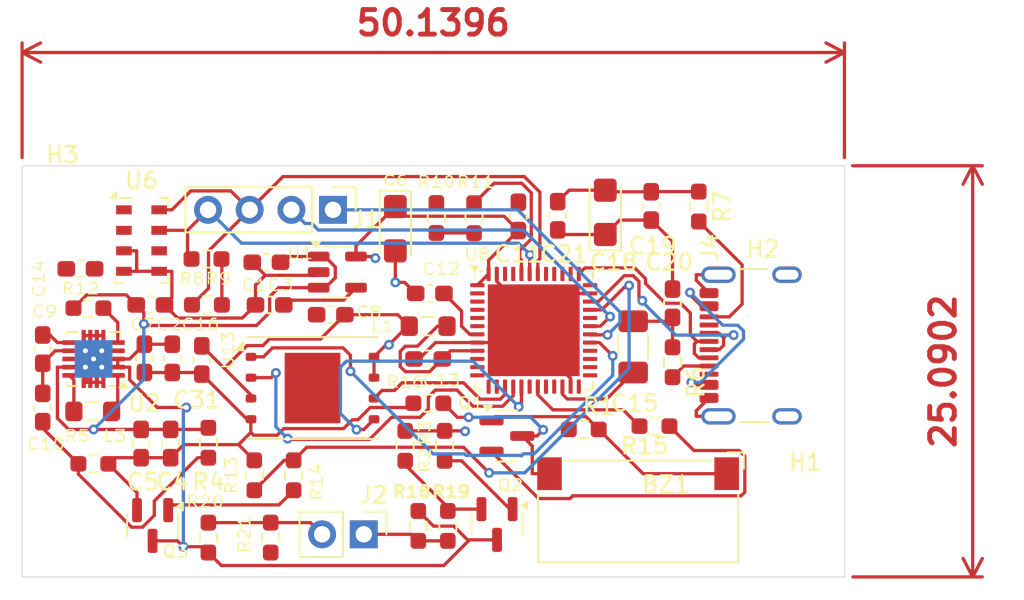
<source format=kicad_pcb>
(kicad_pcb (version 20241229) (generator "pcbnew") (generator_version "9.0")
  (layers (0 "F.Cu" signal) (4 "In1.Cu" power "GND") (6 "In2.Cu" power "PWR") (2 "B.Cu" signal) (13 "F.Paste" user) (15 "B.Paste" user) (5 "F.SilkS" user "F.Silkscreen") (7 "B.SilkS" user "B.Silkscreen") (1 "F.Mask" user) (3 "B.Mask" user) (25 "Edge.Cuts" user))
  (net 0 "")
  (net 1 "Net-(BZ1-+)")
  (net 2 "Net-(BZ1--)")
  (net 3 "5VINP")
  (net 4 "GND")
  (net 5 "VINP")
  (net 6 "Net-(U1-BP)")
  (net 7 "+3.3V")
  (net 8 "Net-(U2-VAUX)")
  (net 9 "Net-(U2-FB)")
  (net 10 "NRST")
  (net 11 "Net-(U8-VREF+)")
  (net 12 "Net-(U8-VCAP1)")
  (net 13 "I2C1-SCL")
  (net 14 "TXD1")
  (net 15 "I2C1-SDA")
  (net 16 "RXD1")
  (net 17 "BOOT")
  (net 18 "SWCLK")
  (net 19 "SWDIO")
  (net 20 "SPI1-SCK")
  (net 21 "SPI1-MISO")
  (net 22 "SPI1-MOSI")
  (net 23 "Net-(U2-L2)")
  (net 24 "Net-(U2-L1)")
  (net 25 "Net-(Q1-B)")
  (net 26 "Net-(Q2-G)")
  (net 27 "Net-(Q3-G)")
  (net 28 "PYRO1IP")
  (net 29 "Net-(J4-CC1)")
  (net 30 "Net-(J4-CC2)")
  (net 31 "Net-(U8-BOOT0)")
  (net 32 "Net-(U2-PG)")
  (net 33 "PYRO2IP")
  (net 34 "Net-(U8-PB1)")
  (net 35 "Net-(J2-Pin_1)")
  (net 36 "Net-(J2-Pin_2)")
  (net 43 "SPI1-NSS2")
  (net 63 "+5V")
  (footprint "Capacitor_SMD:C_0603_1608Metric_Pad1.08x0.95mm_HandSolder" (layer "F.Cu") (at 141.9 52.0625 90)
    (property "Reference" "C7")
    (property "Value" "10uf" (hide yes))
  )
  (footprint "Resistor_SMD:R_0603_1608Metric_Pad0.98x0.95mm_HandSolder" (layer "F.Cu") (at 158.6 62.2875 90)
    (property "Reference" "R18")
    (property "Value" "330" (hide yes))
  )
  (footprint "Resistor_SMD:R_0603_1608Metric_Pad0.98x0.95mm_HandSolder" (layer "F.Cu") (at 149.6 63 -90)
    (property "Reference" "R21")
    (property "Value" "100" (hide yes))
  )
  (footprint "Capacitor_SMD:C_0603_1608Metric_Pad1.08x0.95mm_HandSolder" (layer "F.Cu") (at 141.7 57.2625 90)
    (property "Reference" "C5")
    (property "Value" "22uf" (hide yes))
  )
  (footprint "Resistor_SMD:R_0603_1608Metric_Pad0.98x0.95mm_HandSolder" (layer "F.Cu") (at 157.8 57.4 90)
    (property "Reference" "R3")
    (property "Value" "470" (hide yes))
  )
  (footprint "Resistor_SMD:R_0603_1608Metric_Pad0.98x0.95mm_HandSolder" (layer "F.Cu") (at 160.4 62.2875 90)
    (property "Reference" "R19")
    (property "Value" "100" (hide yes))
  )
  (footprint "Capacitor_SMD:C_0603_1608Metric_Pad1.08x0.95mm_HandSolder" (layer "F.Cu") (at 174.1 48.7 -90)
    (property "Reference" "C20")
    (property "Value" "104" (hide yes))
  )
  (footprint "Resistor_SMD:R_0603_1608Metric_Pad0.98x0.95mm_HandSolder" (layer "F.Cu") (at 173 56.2)
    (property "Reference" "R15")
    (property "Value" "1k" (hide yes))
  )
  (footprint "Package_TO_SOT_SMD:SOT-23-5" (layer "F.Cu") (at 153.6625 46.8)
    (property "Reference" "U1")
    (property "Value" "MIC5219-3.3YM5" (hide yes))
  )
  (footprint "Inductor_SMD:L_0805_2012Metric_Pad1.05x1.20mm_HandSolder" (layer "F.Cu") (at 138.75 55.3 180)
    (property "Reference" "L3")
    (property "Value" "2.2uh" (hide yes))
  )
  (footprint "Capacitor_SMD:C_0603_1608Metric_Pad1.08x0.95mm_HandSolder" (layer "F.Cu") (at 142.2625 48.8 180)
    (property "Reference" "C16")
    (property "Value" "22uf" (hide yes))
  )
  (footprint "Resistor_SMD:R_0603_1608Metric_Pad0.98x0.95mm_HandSolder" (layer "F.Cu") (at 145.6875 46)
    (property "Reference" "R9")
    (property "Value" "4K7" (hide yes))
  )
  (footprint "Package_TO_SOT_SMD:SOT-23" (layer "F.Cu") (at 163.4 62.2 -90)
    (property "Reference" "Q2")
    (property "Value" "AO3400A" (hide yes))
  )
  (footprint "Resistor_SMD:R_0603_1608Metric_Pad0.98x0.95mm_HandSolder" (layer "F.Cu") (at 145.8 57.2125 -90)
    (property "Reference" "R4")
    (property "Value" "1.2M" (hide yes))
  )
  (footprint "Resistor_SMD:R_0603_1608Metric_Pad0.98x0.95mm_HandSolder" (layer "F.Cu") (at 145.7125 48.8)
    (property "Reference" "R8")
    (property "Value" "4K7" (hide yes))
  )
  (footprint "Resistor_SMD:R_0603_1608Metric_Pad0.98x0.95mm_HandSolder" (layer "F.Cu") (at 145.8 63 -90)
    (property "Reference" "R20")
    (property "Value" "330" (hide yes))
  )
  (footprint "MountingHole:MountingHole_2.2mm_M2" (layer "F.Cu") (at 182.2 42.8)
    (property "Reference" "H2")
    (property "Value" "M3" (hide yes))
  )
  (footprint "MountingHole:MountingHole_2.2mm_M2" (layer "F.Cu") (at 136.9 62.8)
    (property "Reference" "H4" (hide yes))
    (property "Value" "M3")
  )
  (footprint "Capacitor_SMD:C_0603_1608Metric_Pad1.08x0.95mm_HandSolder" (layer "F.Cu") (at 153.2625 49.4 180)
    (property "Reference" "C8")
    (property "Value" "104" (hide yes))
  )
  (footprint "Resistor_SMD:R_0603_1608Metric_Pad0.98x0.95mm_HandSolder" (layer "F.Cu") (at 174.1 52.3 -90)
    (property "Reference" "R6")
    (property "Value" "5.1k" (hide yes))
  )
  (footprint "Package_LGA:LGA-8_3x5mm_P1.25mm" (layer "F.Cu") (at 141.725 44.875)
    (property "Reference" "U6")
    (property "Value" "MS5611-01BA" (hide yes))
  )
  (footprint "Package_DFN_QFN:QFN-48-1EP_7x7mm_P0.5mm_EP5.6x5.6mm" (layer "F.Cu") (at 165.6375 50.35)
    (property "Reference" "U8")
    (property "Value" "STM32F401CBU7" (hide yes))
  )
  (footprint "Connector_USB:USB_C_Receptacle_GCT_USB4105-xx-A_16P_TopMnt_Horizontal" (layer "F.Cu") (at 180.005 51.28 90)
    (property "Reference" "J4")
    (property "Value" "USB_C_Receptacle_USB2.0_16P" (hide yes))
  )
  (footprint "Capacitor_SMD:C_0603_1608Metric_Pad1.08x0.95mm_HandSolder" (layer "F.Cu") (at 164.7 43.4 90)
    (property "Reference" "C11")
    (property "Value" "104" (hide yes))
  )
  (footprint "Capacitor_SMD:C_0603_1608Metric_Pad1.08x0.95mm_HandSolder" (layer "F.Cu") (at 149.3375 46.2)
    (property "Reference" "C1")
    (property "Value" "105" (hide yes))
  )
  (footprint "Capacitor_SMD:C_0603_1608Metric_Pad1.08x0.95mm_HandSolder" (layer "F.Cu") (at 159.2 52.1 180)
    (property "Reference" "C13")
    (property "Value" "104" (hide yes))
  )
  (footprint "Connector_PinHeader_2.54mm:PinHeader_1x02_P2.54mm_Vertical" (layer "F.Cu") (at 155.275 62.8 -90)
    (property "Reference" "J2")
    (property "Value" "Conn_01x02" (hide yes))
  )
  (footprint "Capacitor_SMD:C_0603_1608Metric_Pad1.08x0.95mm_HandSolder" (layer "F.Cu") (at 159.3 48.1 180)
    (property "Reference" "C12")
    (property "Value" "104" (hide yes))
  )
  (footprint "Capacitor_SMD:C_0603_1608Metric_Pad1.08x0.95mm_HandSolder" (layer "F.Cu") (at 143.5 57.2625 90)
    (property "Reference" "C4")
    (property "Value" "22uf" (hide yes))
  )
  (footprint "Capacitor_Tantalum_SMD:CP_EIA-3216-18_Kemet-A" (layer "F.Cu") (at 170 43.1525 90)
    (property "Reference" "C18")
    (property "Value" "10uF" (hide yes))
  )
  (footprint "Package_SON:WSON-8-1EP_8x6mm_P1.27mm_EP3.4x4.3mm" (layer "F.Cu") (at 152.15 53.875)
    (property "Reference" "U13")
    (property "Value" "W25Q32JVZP" (hide yes))
  )
  (footprint "Capacitor_SMD:C_0603_1608Metric_Pad1.08x0.95mm_HandSolder" (layer "F.Cu") (at 145.4 52.1625 90)
    (property "Reference" "C31")
    (property "Value" "104" (hide yes))
  )
  (footprint "Resistor_SMD:R_0603_1608Metric_Pad0.98x0.95mm_HandSolder" (layer "F.Cu") (at 159.7 43.5 -90)
    (property "Reference" "R10")
    (property "Value" "10K" (hide yes))
  )
  (footprint "Capacitor_SMD:C_0603_1608Metric_Pad1.08x0.95mm_HandSolder" (layer "F.Cu") (at 172.8 42.7625 90)
    (property "Reference" "C19")
    (property "Value" "104" (hide yes))
  )
  (footprint "Capacitor_SMD:C_0603_1608Metric_Pad1.08x0.95mm_HandSolder" (layer "F.Cu") (at 135.7 55.0625 90)
    (property "Reference" "C10")
    (property "Value" "10pf" (hide yes))
  )
  (footprint "Resistor_SMD:R_0603_1608Metric_Pad0.98x0.95mm_HandSolder" (layer "F.Cu") (at 138.4875 49)
    (property "Reference" "R12")
    (property "Value" "1M" (hide yes))
  )
  (footprint "MountingHole:MountingHole_2.2mm_M2" (layer "F.Cu") (at 136.9 42.8)
    (property "Reference" "H3")
    (property "Value" "M3" (hide yes))
  )
  (footprint "Capacitor_SMD:C_1206_3216Metric_Pad1.33x1.80mm_HandSolder" (layer "F.Cu") (at 171.7 51.3625 90)
    (property "Reference" "C15")
    (property "Value" "4u7F" (hide yes))
  )
  (footprint "Resistor_SMD:R_0603_1608Metric_Pad0.98x0.95mm_HandSolder" (layer "F.Cu") (at 148.6 59.2 -90)
    (property "Reference" "R13")
    (property "Value" "470" (hide yes))
  )
  (footprint "Capacitor_SMD:C_0603_1608Metric_Pad1.08x0.95mm_HandSolder" (layer "F.Cu") (at 143.6 52.0625 90)
    (property "Reference" "C2")
    (property "Value" "10uf" (hide yes))
  )
  (footprint "Package_TO_SOT_SMD:SOT-23" (layer "F.Cu") (at 164 56.8)
    (property "Reference" "Q1")
    (property "Value" "NPN" (hide yes))
  )
  (footprint "Resistor_SMD:R_0603_1608Metric_Pad0.98x0.95mm_HandSolder" (layer "F.Cu") (at 159.2125 54.8)
    (property "Reference" "R16")
    (property "Value" "330" (hide yes))
  )
  (footprint "MountingHole:MountingHole_2.2mm_M2" (layer "F.Cu") (at 182.2 62.9 180)
    (property "Reference" "H1")
    (property "Value" "M3" (hide yes))
  )
  (footprint "Resistor_SMD:R_0603_1608Metric_Pad0.98x0.95mm_HandSolder" (layer "F.Cu") (at 151 59.2 90)
    (property "Reference" "R14")
    (property "Value" "1k" (hide yes))
  )
  (footprint "Resistor_SMD:R_0603_1608Metric_Pad0.98x0.95mm_HandSolder" (layer "F.Cu") (at 160.2 57.4 90)
    (property "Reference" "R2")
    (property "Value" "1k" (hide yes))
  )
  (footprint "Package_TO_SOT_SMD:SOT-23" (layer "F.Cu") (at 142.4 62.2625 -90)
    (property "Reference" "Q3")
    (property "Value" "AO3400A" (hide yes))
  )
  (footprint "Connector_PinHeader_2.54mm:PinHeader_1x04_P2.54mm_Vertical" (layer "F.Cu") (at 153.4 43 -90)
    (property "Reference" "J1")
    (property "Value" "Conn_01x04" (hide yes))
  )
  (footprint "Resistor_SMD:R_0603_1608Metric_Pad0.98x0.95mm_HandSolder" (layer "F.Cu") (at 168.6875 56.4)
    (property "Reference" "R1")
    (property "Value" "1k" (hide yes))
  )
  (footprint "Capacitor_SMD:C_0603_1608Metric_Pad1.08x0.95mm_HandSolder" (layer "F.Cu") (at 138 46.6)
    (property "Reference" "C14")
    (property "Value" "104" (hide yes))
  )
  (footprint "Capacitor_SMD:C_0603_1608Metric_Pad1.08x0.95mm_HandSolder" (layer "F.Cu") (at 149.5375 48.8 180)
    (property "Reference" "C3")
    (property "Value" "470pF" (hide yes))
  )
  (footprint "Buzzer_Beeper:Speaker_CUI_CMR-1206S-67" (layer "F.Cu") (at 172 61.4 180)
    (property "Reference" "BZ1")
    (property "Value" "Buzzer" (hide yes))
  )
  (footprint "Capacitor_SMD:C_0603_1608Metric_Pad1.08x0.95mm_HandSolder" (layer "F.Cu") (at 135.7 51.5 -90)
    (property "Reference" "C9")
    (property "Value" "0.1uf" (hide yes))
  )
  (footprint "Resistor_SMD:R_0603_1608Metric_Pad0.98x0.95mm_HandSolder" (layer "F.Cu") (at 162 43.5125 90)
    (property "Reference" "R11")
    (property "Value" "10K" (hide yes))
  )
  (footprint "Capacitor_Tantalum_SMD:CP_EIA-3216-18_Kemet-A" (layer "F.Cu") (at 157.2 44.1525 -90)
    (property "Reference" "C6")
    (property "Value" "4.7uF" (hide yes))
  )
  (footprint "Resistor_SMD:R_0603_1608Metric_Pad0.98x0.95mm_HandSolder" (layer "F.Cu") (at 138.7875 58.5)
    (property "Reference" "R5")
    (property "Value" "133K" (hide yes))
  )
  (footprint "Inductor_SMD:L_0805_2012Metric_Pad1.05x1.20mm_HandSolder" (layer "F.Cu") (at 159.2 50.1)
    (property "Reference" "L1")
    (property "Value" "10uH" (hide yes))
  )
  (footprint "Capacitor_SMD:C_0603_1608Metric_Pad1.08x0.95mm_HandSolder" (layer "F.Cu") (at 167.1 43.3625 90)
    (property "Reference" "C21")
    (property "Value" "104" (hide yes))
  )
  (footprint "Package_SON:Texas_S-PWSON-N10_ThermalVias" (layer "F.Cu") (at 138.8 52.1 180)
    (property "Reference" "U2")
    (property "Value" "TPS63060" (hide yes))
  )
  (footprint "Resistor_SMD:R_0603_1608Metric_Pad0.98x0.95mm_HandSolder" (layer "F.Cu") (at 175.7 42.8 -90)
    (property "Reference" "R7")
    (property "Value" "5.1k" (hide yes))
  )
  (gr_rect (start 134.4422 40.3098) (end 184.6 65.4) (stroke (width 0.05)) (fill no) (layer "Edge.Cuts"))
  (dimension (type orthogonal) (layer "F.Cu") (pts (xy 184.5818 40.3098) (xy 184.6 65.4)) (height 7.8182) (orientation 1) (format (prefix "") (suffix "") (units 3) (units_format 0) (precision 4) (suppress_zeroes yes)) (style (thickness 0.2) (arrow_length 1.27) (text_position_mode 0) (arrow_direction outward) (extension_height 0.58642) (extension_offset 0.5) (keep_text_aligned yes)) (gr_text "25.0902" (at 190.6 52.8549 90) (layer "F.Cu") (effects (font (size 1.5 1.5) (thickness 0.3)))))
  (dimension (type orthogonal) (layer "F.Cu") (pts (xy 134.4422 40.3098) (xy 184.5818 40.3098)) (height -6.9098) (orientation 0) (format (prefix "") (suffix "") (units 3) (units_format 0) (precision 4) (suppress_zeroes yes)) (style (thickness 0.2) (arrow_length 1.27) (text_position_mode 0) (arrow_direction outward) (extension_height 0.58642) (extension_offset 0.5) (keep_text_aligned yes)) (gr_text "50.1396" (at 159.512 31.6 0) (layer "F.Cu") (effects (font (size 1.5 1.5) (thickness 0.3)))))
  (segment (start 163.062 55.85) (end 163.0623 55.8498) (width 0.2) (layer "F.Cu") (net 1))
  (segment (start 168.821 55.6209) (end 169.6 56.4) (width 0.2) (layer "F.Cu") (net 1))
  (segment (start 169.6 56.4) (end 172.3 59.1) (width 0.2) (layer "F.Cu") (net 1))
  (segment (start 163.292 55.6209) (end 168.821 55.6209) (width 0.2) (layer "F.Cu") (net 1))
  (segment (start 163.0625 55.85) (end 163.0623 55.8498) (width 0.2) (layer "F.Cu") (net 1))
  (segment (start 163.0623 55.8498) (end 163.292 55.6209) (width 0.2) (layer "F.Cu") (net 1))
  (segment (start 172.3 59.1) (end 177.4 59.1) (width 0.2) (layer "F.Cu") (net 1))
  (segment (start 165.548 59.1) (end 165.548 57.4108) (width 0.2) (layer "F.Cu") (net 2))
  (segment (start 164.9375 56.8) (end 164.938 56.8) (width 0.2) (layer "F.Cu") (net 2))
  (segment (start 160.984 55.6591) (end 161.67 55.6591) (width 0.2) (layer "F.Cu") (net 2))
  (segment (start 164.938 56.8) (end 165.838 56.8) (width 0.2) (layer "F.Cu") (net 2))
  (segment (start 165.838 56.8) (end 166.216 56.4227) (width 0.2) (layer "F.Cu") (net 2))
  (segment (start 160.125 54.8) (end 160.984 55.6591) (width 0.2) (layer "F.Cu") (net 2))
  (segment (start 165.548 57.4108) (end 164.938 56.8) (width 0.2) (layer "F.Cu") (net 2))
  (segment (start 166.6 59.1) (end 165.548 59.1) (width 0.2) (layer "F.Cu") (net 2))
  (via (at 166.216 56.4227) (size 0.6) (drill 0.3) (layers "F.Cu" "B.Cu") (net 2))
  (via (at 161.67 55.6591) (size 0.6) (drill 0.3) (layers "F.Cu" "B.Cu") (net 2))
  (segment (start 161.67 55.6591) (end 165.452 55.6591) (width 0.2) (layer "B.Cu") (net 2))
  (segment (start 165.452 55.6591) (end 166.216 56.4227) (width 0.2) (layer "B.Cu") (net 2))
  (segment (start 175.398 53.68) (end 175.245 53.5268) (width 0.2) (layer "F.Cu") (net 3))
  (segment (start 176.325 48.88) (end 175.862 48.88) (width 0.2) (layer "F.Cu") (net 3))
  (segment (start 175.862 48.88) (end 175.166 48.1842) (width 0.2) (layer "F.Cu") (net 3))
  (segment (start 176.325 53.68) (end 175.398 53.68) (width 0.2) (layer "F.Cu") (net 3))
  (segment (start 175.166 48.1842) (end 175.166 48.0467) (width 0.2) (layer "F.Cu") (net 3))
  (via (at 175.245 53.5268) (size 0.6) (drill 0.3) (layers "F.Cu" "B.Cu") (net 3))
  (via (at 175.166 48.0467) (size 0.6) (drill 0.3) (layers "F.Cu" "B.Cu") (net 3))
  (segment (start 178.428 50.3942) (end 178.076 50.0417) (width 0.2) (layer "B.Cu") (net 3))
  (segment (start 178.428 50.8926) (end 178.428 50.3942) (width 0.2) (layer "B.Cu") (net 3))
  (segment (start 178.076 50.0417) (end 177.161 50.0417) (width 0.2) (layer "B.Cu") (net 3))
  (segment (start 177.161 50.0417) (end 175.166 48.0467) (width 0.2) (layer "B.Cu") (net 3))
  (segment (start 175.794 53.5268) (end 178.428 50.8926) (width 0.2) (layer "B.Cu") (net 3))
  (segment (start 175.245 53.5268) (end 175.794 53.5268) (width 0.2) (layer "B.Cu") (net 3))
  (segment (start 139.295 52.6) (end 139.235 52.66) (width 0.2) (layer "F.Cu") (net 4))
  (segment (start 165.638 48.3252) (end 165.638 49.3376) (width 0.2) (layer "F.Cu") (net 4))
  (segment (start 159.646 51.1) (end 158.646 52.1) (width 0.2) (layer "F.Cu") (net 4))
  (segment (start 137.325 51.6) (end 137.04 51.6) (width 0.2) (layer "F.Cu") (net 4))
  (segment (start 147.64 57.3276) (end 148.386 56.5815) (width 0.2) (layer "F.Cu") (net 4))
  (segment (start 176.9 55.6) (end 175.548 55.6) (width 0.2) (layer "F.Cu") (net 4))
  (segment (start 150.468 56.3504) (end 150.46 56.3592) (width 0.2) (layer "F.Cu") (net 4))
  (segment (start 138.365 52.66) (end 138.365 53.525) (width 0.2) (layer "F.Cu") (net 4))
  (segment (start 152.525 46.8) (end 152.329 46.9957) (width 0.2) (layer "F.Cu") (net 4))
  (segment (start 141.4267 46.75) (end 142.8 46.75) (width 0.2) (layer "F.Cu") (net 4))
  (segment (start 139 50.675) (end 138.6 50.675) (width 0.2) (layer "F.Cu") (net 4))
  (segment (start 148.675 47.5914) (end 148.675 48.8) (width 0.2) (layer "F.Cu") (net 4))
  (segment (start 139.4 53.525) (end 139 53.525) (width 0.2) (layer "F.Cu") (net 4))
  (segment (start 141.7 58.125) (end 140.075 58.125) (width 0.2) (layer "F.Cu") (net 4))
  (segment (start 139.3 52.6) (end 139.295 52.6) (width 0.2) (layer "F.Cu") (net 4))
  (segment (start 157.764 47.4264) (end 158.101 47.7632) (width 0.2) (layer "F.Cu") (net 4))
  (segment (start 143.6 52.925) (end 145.3 52.925) (width 0.2) (layer "F.Cu") (net 4))
  (segment (start 165.638 49.3376) (end 165.638 50.35) (width 0.2) (layer "F.Cu") (net 4))
  (segment (start 154.923 55.8079) (end 154.583 55.8079) (width 0.2) (layer "F.Cu") (net 4))
  (segment (start 143.577 48.3483) (end 143.125 48.8) (width 0.2) (layer "F.Cu") (net 4))
  (segment (start 163.813 51.1) (end 165.695 51.1) (width 0.2) (layer "F.Cu") (net 4))
  (segment (start 137.325 51.6) (end 138.3 51.6) (width 0.2) (layer "F.Cu") (net 4))
  (segment (start 149.993 56.7521) (end 148.557 56.7521) (width 0.2) (layer "F.Cu") (net 4))
  (segment (start 172.8 41.9) (end 170.1 41.9) (width 0.2) (layer "F.Cu") (net 4))
  (segment (start 167.888 53.5398) (end 167.8875 53.5403) (width 0.2) (layer "F.Cu") (net 4))
  (segment (start 174.1 49.9752) (end 173.925 49.8) (width 0.2) (layer "F.Cu") (net 4))
  (segment (start 176.9 46.96) (end 175.548 46.96) (width 0.2) (layer "F.Cu") (net 4))
  (segment (start 138.6 53.525) (end 138.2 53.525) (width 0.2) (layer "F.Cu") (net 4))
  (segment (start 154.583 55.8079) (end 154.04 56.3504) (width 0.2) (layer "F.Cu") (net 4))
  (segment (start 141.427 46.3125) (end 141.427 45.5) (width 0.2) (layer "F.Cu") (net 4))
  (segment (start 170.1 41.9) (end 170 41.8) (width 0.2) (layer "F.Cu") (net 4))
  (segment (start 141.9 52.925) (end 143.6 52.925) (width 0.2) (layer "F.Cu") (net 4))
  (segment (start 170 41.8) (end 167.8 41.8) (width 0.2) (layer "F.Cu") (net 4))
  (segment (start 138.3 51.6) (end 138.305 51.6) (width 0.2) (layer "F.Cu") (net 4))
  (segment (start 165.863 48.1) (end 165.638 48.3252) (width 0.2) (layer "F.Cu") (net 4))
  (segment (start 140.275 51.6) (end 140.56 51.6) (width 0.2) (layer "F.Cu") (net 4))
  (segment (start 143.577 46.75) (end 143.577 48.3483) (width 0.2) (layer "F.Cu") (net 4))
  (segment (start 163.3875 47.1426) (end 163.3875 46.9125) (width 0.2) (layer "F.Cu") (net 4))
  (segment (start 173.925 49.8) (end 171.7 49.8) (width 0.2) (layer "F.Cu") (net 4))
  (segment (start 141.427 46.75) (end 141.427 46.3125) (width 0.2) (layer "F.Cu") (net 4))
  (segment (start 165.695 51.1) (end 167.888 53.2922) (width 0.2) (layer "F.Cu") (net 4))
  (segment (start 138.3 52.6) (end 138.305 52.6) (width 0.2) (layer "F.Cu") (net 4))
  (segment (start 149.271 46.9957) (end 148.675 47.5914) (width 0.2) (layer "F.Cu") (net 4))
  (segment (start 157.8 58.3125) (end 157.8 58.5563) (width 0.2) (layer "F.Cu") (net 4))
  (segment (start 152.329 46.9957) (end 149.271 46.9957) (width 0.2) (layer "F.Cu") (net 4))
  (segment (start 141.427 45.5) (end 140.65 45.5) (width 0.2) (layer "F.Cu") (net 4))
  (segment (start 160.506 61.2625) (end 160.4 61.3687) (width 0.2) (layer "F.Cu") (net 4))
  (segment (start 160.4 61.3687) (end 160.4 61.375) (width 0.2) (layer "F.Cu") (net 4))
  (segment (start 164.339 48.3252) (end 165.638 48.3252) (width 0.2) (layer "F.Cu") (net 4))
  (segment (start 150.46 56.3592) (end 150.386 56.3592) (width 0.2) (layer "F.Cu") (net 4))
  (segment (start 167.8 41.8) (end 167.1 42.5) (width 0.2) (layer "F.Cu") (net 4))
  (segment (start 138.578 51.3267) (end 138.6 51.3267) (width 0.2) (layer "F.Cu") (net 4))
  (segment (start 157.2 47.4264) (end 157.764 47.4264) (width 0.2) (layer "F.Cu") (net 4))
  (segment (start 158.3 54.8) (end 158.038 55.0622) (width 0.2) (layer "F.Cu") (net 4))
  (segment (start 163.813 51.1) (end 162.2 51.1) (width 0.2) (layer "F.Cu") (net 4))
  (segment (start 138.305 51.6) (end 138.365 51.54) (width 0.2) (layer "F.Cu") (net 4))
  (segment (start 163.388 47.1431) (end 163.388 47.3737) (width 0.2) (layer "F.Cu") (net 4))
  (segment (start 141.45 60.25) (end 141.45 61.325) (width 0.2) (layer "F.Cu") (net 4))
  (segment (start 143.125 48.8) (end 143.928 49.6031) (width 0.2) (layer "F.Cu") (net 4))
  (segment (start 143.928 49.6031) (end 147.872 49.6031) (width 0.2) (layer "F.Cu") (net 4))
  (segment (start 139.4 50.675) (end 139 50.675) (width 0.2) (layer "F.Cu") (net 4))
  (segment (start 148.155 55.78) (end 145.4 53.025) (width 0.2) (layer "F.Cu") (net 4))
  (segment (start 162.2 51.1) (end 159.646 51.1) (width 0.2) (layer "F.Cu") (net 4))
  (segment (start 138.2 50.675) (end 138.6 50.675) (width 0.2) (layer "F.Cu") (net 4))
  (segment (start 141.427 46.3125) (end 141.4267 46.3128) (width 0.2) (layer "F.Cu") (net 4))
  (segment (start 175.548 46.96) (end 175.548 47.3033) (width 0.2) (layer "F.Cu") (net 4))
  (segment (start 142.8 46.75) (end 143.577 46.75) (width 0.2) (layer "F.Cu") (net 4))
  (segment (start 162.45 61.2625) (end 160.506 61.2625) (width 0.2) (layer "F.Cu") (net 4))
  (segment (start 138.6 53.525) (end 139 53.525) (width 0.2) (layer "F.Cu") (net 4))
  (segment (start 174.1 51.3875) (end 174.1 49.9752) (width 0.2) (layer "F.Cu") (net 4))
  (segment (start 175.7 41.8875) (end 172.812 41.8875) (width 0.2) (layer "F.Cu") (net 4))
  (segment (start 141.4267 46.3128) (end 141.4267 46.75) (width 0.2) (layer "F.Cu") (net 4))
  (segment (start 164.888 51.1) (end 163.813 51.1) (width 0.2) (layer "F.Cu") (net 4))
  (segment (start 165.638 49.3376) (end 165.6375 49.3381) (width 0.2) (layer "F.Cu") (net 4))
  (segment (start 138.6 51.3267) (end 138.6 50.675) (width 0.2) (layer "F.Cu") (net 4))
  (segment (start 167.888 53.2922) (end 167.888 53.5398) (width 0.2) (layer "F.Cu") (net 4))
  (segment (start 141.7 58.125) (end 143.5 58.125) (width 0.2) (layer "F.Cu") (net 4))
  (segment (start 167.8875 53.5403) (end 167.8875 53.7875) (width 0.2) (layer "F.Cu") (net 4))
  (segment (start 167.888 53.5398) (end 167.888 53.7875) (width 0.2) (layer "F.Cu") (net 4))
  (segment (start 140.075 58.125) (end 139.7 58.5) (width 0.2) (layer "F.Cu") (net 4))
  (segment (start 158.038 55.0622) (end 155.669 55.0622) (width 0.2) (layer "F.Cu") (net 4))
  (segment (start 165.6375 49.3381) (end 165.6375 50.35) (width 0.2) (layer "F.Cu") (net 4))
  (segment (start 158.101 47.7632) (end 158.4375 48.0997) (width 0.2) (layer "F.Cu") (net 4))
  (segment (start 163.388 47.3737) (end 164.339 48.3252) (width 0.2) (layer "F.Cu") (net 4))
  (segment (start 139.295 51.6) (end 139.235 51.54) (width 0.2) (layer "F.Cu") (net 4))
  (segment (start 138.365 51.54) (end 138.578 51.3267) (width 0.2) (layer "F.Cu") (net 4))
  (segment (start 175.548 55.2567) (end 176.325 54.48) (width 0.2) (layer "F.Cu") (net 4))
  (segment (start 139.7 58.5) (end 141.45 60.25) (width 0.2) (layer "F.Cu") (net 4))
  (segment (start 173.925 49.7377) (end 173.925 49.8) (width 0.2) (layer "F.Cu") (net 4))
  (segment (start 158.646 52.1) (end 158.338 52.1) (width 0.2) (layer "F.Cu") (net 4))
  (segment (start 148.386 55.78) (end 148.386 56.5815) (width 0.2) (layer "F.Cu") (net 4))
  (segment (start 135.7 54.2) (end 135.7 52.3625) (width 0.2) (layer "F.Cu") (net 4))
  (segment (start 175.548 55.6) (end 175.548 55.2567) (width 0.2) (layer "F.Cu") (net 4))
  (segment (start 147.872 49.6031) (end 148.675 48.8) (width 0.2) (layer "F.Cu") (net 4))
  (segment (start 175.548 47.3033) (end 176.325 48.08) (width 0.2) (layer "F.Cu") (net 4))
  (segment (start 148.557 56.7521) (end 148.386 56.5815) (width 0.2) (layer "F.Cu") (net 4))
  (segment (start 174.1 49.5625) (end 173.925 49.7377) (width 0.2) (layer "F.Cu") (net 4))
  (segment (start 138.305 52.6) (end 138.365 52.66) (width 0.2) (layer "F.Cu") (net 4))
  (segment (start 163.388 47.1431) (end 163.3875 47.1426) (width 0.2) (layer "F.Cu") (net 4))
  (segment (start 155.669 55.0622) (end 154.923 55.8079) (width 0.2) (layer "F.Cu") (net 4))
  (segment (start 148.4 55.78) (end 148.386 55.78) (width 0.2) (layer "F.Cu") (net 4))
  (segment (start 157.8 58.5563) (end 160.506 61.2625) (width 0.2) (layer "F.Cu") (net 4))
  (segment (start 158.3375 52.1) (end 158.338 52.1) (width 0.2) (layer "F.Cu") (net 4))
  (segment (start 144.297 57.3276) (end 147.64 57.3276) (width 0.2) (layer "F.Cu") (net 4))
  (segment (start 158.4375 48.0997) (end 158.4375 48.1) (width 0.2) (layer "F.Cu") (net 4))
  (segment (start 169.075 48.1) (end 165.863 48.1) (width 0.2) (layer "F.Cu") (net 4))
  (segment (start 158.101 47.7632) (end 158.438 48.1) (width 0.2) (layer "F.Cu") (net 4))
  (segment (start 140.65 46.75) (end 141.4267 46.75) (width 0.2) (layer "F.Cu") (net 4))
  (segment (start 157.2 45.505) (end 157.2 47.4264) (width 0.2) (layer "F.Cu") (net 4))
  (segment (start 150.386 56.3592) (end 149.993 56.7521) (width 0.2) (layer "F.Cu") (net 4))
  (segment (start 163.388 46.9125) (end 163.388 47.1431) (width 0.2) (layer "F.Cu") (net 4))
  (segment (start 136.462 51.6) (end 135.7 52.3625) (width 0.2) (layer "F.Cu") (net 4))
  (segment (start 172.812 41.8875) (end 172.8 41.9) (width 0.2) (layer "F.Cu") (net 4))
  (segment (start 149.271 46.9957) (end 148.475 46.2) (width 0.2) (layer "F.Cu") (net 4))
  (segment (start 154.04 56.3504) (end 150.468 56.3504) (width 0.2) (layer "F.Cu") (net 4))
  (segment (start 147.64 57.3276) (end 148.6 58.2875) (width 0.2) (layer "F.Cu") (net 4))
  (segment (start 139.3 51.6) (end 140.275 51.6) (width 0.2) (layer "F.Cu") (net 4))
  (segment (start 165.638 50.35) (end 164.888 51.1) (width 0.2) (layer "F.Cu") (net 4))
  (segment (start 143.5 58.125) (end 144.297 57.3276) (width 0.2) (layer "F.Cu") (net 4))
  (segment (start 148.386 55.78) (end 148.155 55.78) (width 0.2) (layer "F.Cu") (net 4))
  (segment (start 139.3 51.6) (end 139.295 51.6) (width 0.2) (layer "F.Cu") (net 4))
  (segment (start 137.04 51.6) (end 136.462 51.6) (width 0.2) (layer "F.Cu") (net 4))
  (segment (start 145.3 52.925) (end 145.4 53.025) (width 0.2) (layer "F.Cu") (net 4))
  (via (at 157.2 47.4264) (size 0.6) (drill 0.3) (layers "F.Cu" "B.Cu") (net 4))
  (segment (start 138.8 52.1) (end 138.801 52.1) (width 0.2) (layer "B.Cu") (net 4))
  (segment (start 141.002 53.3727) (end 142.69 55.0606) (width 0.2) (layer "F.Cu") (net 5))
  (segment (start 141.002 52.6) (end 141.002 53.3727) (width 0.2) (layer "F.Cu") (net 5))
  (segment (start 161.66 63.1977) (end 161.721 63.1375) (width 0.2) (layer "F.Cu") (net 5))
  (segment (start 140.56 52.1) (end 141.002 52.1) (width 0.2) (layer "F.Cu") (net 5))
  (segment (start 160.764 62.3008) (end 161.66 63.1977) (width 0.2) (layer "F.Cu") (net 5))
  (segment (start 141.002 52.0983) (end 141.9 51.2) (width 0.2) (layer "F.Cu") (net 5))
  (segment (start 145.444 63.5562) (end 145.8 63.9125) (width 0.2) (layer "F.Cu") (net 5))
  (segment (start 146.591 64.7032) (end 145.8 63.9125) (width 0.2) (layer "F.Cu") (net 5))
  (segment (start 158.6 61.375) (end 159.526 62.3008) (width 0.2) (layer "F.Cu") (net 5))
  (segment (start 140.275 52.1) (end 140.275 52.6) (width 0.2) (layer "F.Cu") (net 5))
  (segment (start 140.275 52.6) (end 140.56 52.6) (width 0.2) (layer "F.Cu") (net 5))
  (segment (start 142.69 55.0606) (end 144.462 55.0606) (width 0.2) (layer "F.Cu") (net 5))
  (segment (start 161.721 63.1375) (end 163.4 63.1375) (width 0.2) (layer "F.Cu") (net 5))
  (segment (start 140.56 52.6) (end 141.002 52.6) (width 0.2) (layer "F.Cu") (net 5))
  (segment (start 141.9 51.2) (end 143.6 51.2) (width 0.2) (layer "F.Cu") (net 5))
  (segment (start 143.92 63.2) (end 142.4 63.2) (width 0.2) (layer "F.Cu") (net 5))
  (segment (start 161.66 63.1977) (end 160.155 64.7032) (width 0.2) (layer "F.Cu") (net 5))
  (segment (start 141.002 52.1) (end 141.002 52.0983) (width 0.2) (layer "F.Cu") (net 5))
  (segment (start 160.155 64.7032) (end 146.591 64.7032) (width 0.2) (layer "F.Cu") (net 5))
  (segment (start 144.276 63.5562) (end 145.444 63.5562) (width 0.2) (layer "F.Cu") (net 5))
  (segment (start 144.276 63.5562) (end 143.92 63.2) (width 0.2) (layer "F.Cu") (net 5))
  (segment (start 140.56 52.1) (end 140.275 52.1) (width 0.2) (layer "F.Cu") (net 5))
  (segment (start 159.526 62.3008) (end 160.764 62.3008) (width 0.2) (layer "F.Cu") (net 5))
  (via (at 144.462 55.0606) (size 0.6) (drill 0.3) (layers "F.Cu" "B.Cu") (net 5))
  (via (at 144.276 63.5562) (size 0.6) (drill 0.3) (layers "F.Cu" "B.Cu") (net 5))
  (segment (start 144.462 55.0606) (end 144.276 55.2462) (width 0.2) (layer "B.Cu") (net 5))
  (segment (start 144.276 55.2462) (end 144.276 63.5562) (width 0.2) (layer "B.Cu") (net 5))
  (segment (start 150.687 48.5129) (end 150.4 48.8) (width 0.2) (layer "F.Cu") (net 6))
  (segment (start 154.8 47.75) (end 154.037 48.5129) (width 0.2) (layer "F.Cu") (net 6))
  (segment (start 154.037 48.5129) (end 150.687 48.5129) (width 0.2) (layer "F.Cu") (net 6))
  (segment (start 162.7504 47.05) (end 162.8875 46.9129) (width 0.2) (layer "F.Cu") (net 7))
  (segment (start 162.8875 46.075) (end 162.8875 46.9125) (width 0.2) (layer "F.Cu") (net 7))
  (segment (start 152.642 50.883) (end 149.52 50.883) (width 0.2) (layer "F.Cu") (net 7))
  (segment (start 157.2 42.8) (end 154.8 45.2) (width 0.2) (layer "F.Cu") (net 7))
  (segment (start 174.1 44.925) (end 174.1 47.8375) (width 0.2) (layer "F.Cu") (net 7))
  (segment (start 145.4 51.3) (end 146.77 52.6697) (width 0.2) (layer "F.Cu") (net 7))
  (segment (start 155.888 45.85) (end 154.8 45.85) (width 0.2) (layer "F.Cu") (net 7))
  (segment (start 146.625 48.8) (end 146.625 46.025) (width 0.2) (layer "F.Cu") (net 7))
  (segment (start 162.888 46.9125) (end 162.7504 47.05) (width 0.2) (layer "F.Cu") (net 7))
  (segment (start 146.625 46.025) (end 146.6 46) (width 0.2) (layer "F.Cu") (net 7))
  (segment (start 167.1 44.225) (end 167.38 44.505) (width 0.2) (layer "F.Cu") (net 7))
  (segment (start 163.828 43.3901) (end 164.7 44.2625) (width 0.2) (layer "F.Cu") (net 7))
  (segment (start 158.05 50.1) (end 157.95 50.1) (width 0.2) (layer "F.Cu") (net 7))
  (segment (start 155.984 45.9458) (end 155.888 45.85) (width 0.2) (layer "F.Cu") (net 7))
  (segment (start 148.155 51.2847) (end 146.77 52.6697) (width 0.2) (layer "F.Cu") (net 7))
  (segment (start 154.125 49.4) (end 152.642 50.883) (width 0.2) (layer "F.Cu") (net 7))
  (segment (start 156.813 51.237) (end 156.633 51.237) (width 0.2) (layer "F.Cu") (net 7))
  (segment (start 149.52 50.883) (end 149.119 51.2847) (width 0.2) (layer "F.Cu") (net 7))
  (segment (start 156.633 51.237) (end 155.9 51.97) (width 0.2) (layer "F.Cu") (net 7))
  (segment (start 155.9 51.97) (end 155.9 53.24) (width 0.2) (layer "F.Cu") (net 7))
  (segment (start 157.35 49.4) (end 158.05 50.1) (width 0.2) (layer "F.Cu") (net 7))
  (segment (start 149.119 51.2847) (end 148.155 51.2847) (width 0.2) (layer "F.Cu") (net 7))
  (segment (start 154.8 45.2) (end 154.8 45.85) (width 0.2) (layer "F.Cu") (net 7))
  (segment (start 157.2 42.8) (end 157.79 43.3901) (width 0.2) (layer "F.Cu") (net 7))
  (segment (start 162.8875 46.9129) (end 162.8875 46.9125) (width 0.2) (layer "F.Cu") (net 7))
  (segment (start 157.95 50.1) (end 156.813 51.237) (width 0.2) (layer "F.Cu") (net 7))
  (segment (start 170 44.505) (end 170.88 43.625) (width 0.2) (layer "F.Cu") (net 7))
  (segment (start 164.7 44.2625) (end 162.8875 46.075) (width 0.2) (layer "F.Cu") (net 7))
  (segment (start 146.77 52.6697) (end 148.4 54.3) (width 0.2) (layer "F.Cu") (net 7))
  (segment (start 148.4 54.3) (end 148.4 54.51) (width 0.2) (layer "F.Cu") (net 7))
  (segment (start 172.8 43.625) (end 174.1 44.925) (width 0.2) (layer "F.Cu") (net 7))
  (segment (start 154.125 49.4) (end 157.35 49.4) (width 0.2) (layer "F.Cu") (net 7))
  (segment (start 170.88 43.625) (end 172.8 43.625) (width 0.2) (layer "F.Cu") (net 7))
  (segment (start 157.79 43.3901) (end 163.828 43.3901) (width 0.2) (layer "F.Cu") (net 7))
  (segment (start 167.38 44.505) (end 170 44.505) (width 0.2) (layer "F.Cu") (net 7))
  (segment (start 162.7504 47.05) (end 162.2 47.6) (width 0.2) (layer "F.Cu") (net 7))
  (via (at 155.984 45.9458) (size 0.6) (drill 0.3) (layers "F.Cu" "B.Cu") (net 7))
  (via (at 156.813 51.237) (size 0.6) (drill 0.3) (layers "F.Cu" "B.Cu") (net 7))
  (segment (start 137.04 51.1) (end 136.598 51.1) (width 0.2) (layer "F.Cu") (net 8))
  (segment (start 137.04 51.1) (end 137.325 51.1) (width 0.2) (layer "F.Cu") (net 8))
  (segment (start 136.598 51.1) (end 136.136 50.6375) (width 0.2) (layer "F.Cu") (net 8))
  (segment (start 136.136 50.6375) (end 135.7 50.6375) (width 0.2) (layer "F.Cu") (net 8))
  (segment (start 141.787 62.3648) (end 141.113 62.3648) (width 0.2) (layer "F.Cu") (net 9))
  (segment (start 135.7 56.325) (end 135.7 55.925) (width 0.2) (layer "F.Cu") (net 9))
  (segment (start 142.504 61.6481) (end 141.787 62.3648) (width 0.2) (layer "F.Cu") (net 9))
  (segment (start 137.325 52.1) (end 137.04 52.1) (width 0.2) (layer "F.Cu") (net 9))
  (segment (start 141.113 62.3648) (end 137.875 59.1272) (width 0.2) (layer "F.Cu") (net 9))
  (segment (start 137.875 59.1272) (end 137.875 58.5) (width 0.2) (layer "F.Cu") (net 9))
  (segment (start 142.504 60.7697) (end 142.504 61.6481) (width 0.2) (layer "F.Cu") (net 9))
  (segment (start 145.8 58.125) (end 145.149 58.125) (width 0.2) (layer "F.Cu") (net 9))
  (segment (start 137.875 58.5) (end 135.7 56.325) (width 0.2) (layer "F.Cu") (net 9))
  (segment (start 145.149 58.125) (end 142.504 60.7697) (width 0.2) (layer "F.Cu") (net 9))
  (segment (start 162.2 50.6) (end 161.739 50.6) (width 0.2) (layer "F.Cu") (net 10))
  (segment (start 160.1625 48.1) (end 160.1623 48.1002) (width 0.2) (layer "F.Cu") (net 10))
  (segment (start 160.1623 48.1002) (end 160.162 48.1) (width 0.2) (layer "F.Cu") (net 10))
  (segment (start 161.237 49.1749) (end 160.1623 48.1002) (width 0.2) (layer "F.Cu") (net 10))
  (segment (start 161.739 50.6) (end 161.237 50.0986) (width 0.2) (layer "F.Cu") (net 10))
  (segment (start 161.237 50.0986) (end 161.237 49.1749) (width 0.2) (layer "F.Cu") (net 10))
  (segment (start 159.6737 52.4888) (end 160.0625 52.1) (width 0.2) (layer "F.Cu") (net 11))
  (segment (start 157.497 52.5613) (end 157.814 52.8776) (width 0.2) (layer "F.Cu") (net 11))
  (segment (start 160.062 52.1) (end 160.562 51.6) (width 0.2) (layer "F.Cu") (net 11))
  (segment (start 159.6735 52.4888) (end 159.6737 52.4888) (width 0.2) (layer "F.Cu") (net 11))
  (segment (start 160.35 50.1) (end 159.77 50.1) (width 0.2) (layer "F.Cu") (net 11))
  (segment (start 160.562 51.6) (end 162.2 51.6) (width 0.2) (layer "F.Cu") (net 11))
  (segment (start 157.814 52.8776) (end 159.285 52.8776) (width 0.2) (layer "F.Cu") (net 11))
  (segment (start 159.77 50.1) (end 158.547 51.3224) (width 0.2) (layer "F.Cu") (net 11))
  (segment (start 157.497 51.6387) (end 157.497 52.5613) (width 0.2) (layer "F.Cu") (net 11))
  (segment (start 159.6735 52.4888) (end 160.062 52.1) (width 0.2) (layer "F.Cu") (net 11))
  (segment (start 157.814 51.3224) (end 157.497 51.6387) (width 0.2) (layer "F.Cu") (net 11))
  (segment (start 158.547 51.3224) (end 157.814 51.3224) (width 0.2) (layer "F.Cu") (net 11))
  (segment (start 159.285 52.8776) (end 159.6735 52.4888) (width 0.2) (layer "F.Cu") (net 11))
  (segment (start 171.7 52.925) (end 170.083 54.5419) (width 0.2) (layer "F.Cu") (net 12))
  (segment (start 167.388 54.2487) (end 167.388 53.7875) (width 0.2) (layer "F.Cu") (net 12))
  (segment (start 167.681 54.5419) (end 167.388 54.2487) (width 0.2) (layer "F.Cu") (net 12))
  (segment (start 167.3875 53.7875) (end 167.388 53.7875) (width 0.2) (layer "F.Cu") (net 12))
  (segment (start 170.083 54.5419) (end 167.681 54.5419) (width 0.2) (layer "F.Cu") (net 12))
  (segment (start 144.732 41.8443) (end 147.164 41.8443) (width 0.2) (layer "F.Cu") (net 13))
  (segment (start 165.064 40.9716) (end 150.348 40.9716) (width 0.2) (layer "F.Cu") (net 13))
  (segment (start 148.32 43) (end 145.81 45.5101) (width 0.2) (layer "F.Cu") (net 13))
  (segment (start 166.014 41.9216) (end 165.064 40.9716) (width 0.2) (layer "F.Cu") (net 13))
  (segment (start 150.348 40.9716) (end 148.32 43) (width 0.2) (layer "F.Cu") (net 13))
  (segment (start 147.164 41.8443) (end 148.32 43) (width 0.2) (layer "F.Cu") (net 13))
  (segment (start 165.888 46.9125) (end 165.888 46.113) (width 0.2) (layer "F.Cu") (net 13))
  (segment (start 142.8 43) (end 143.577 43) (width 0.2) (layer "F.Cu") (net 13))
  (segment (start 145.81 47.7901) (end 144.8 48.8) (width 0.2) (layer "F.Cu") (net 13))
  (segment (start 145.81 45.5101) (end 145.81 47.7901) (width 0.2) (layer "F.Cu") (net 13))
  (segment (start 143.577 43) (end 144.732 41.8443) (width 0.2) (layer "F.Cu") (net 13))
  (segment (start 166.014 45.9867) (end 166.014 41.9216) (width 0.2) (layer "F.Cu") (net 13))
  (segment (start 165.888 46.113) (end 166.014 45.9867) (width 0.2) (layer "F.Cu") (net 13))
  (segment (start 165.8875 46.9125) (end 165.888 46.9125) (width 0.2) (layer "F.Cu") (net 13))
  (segment (start 170.141 50.6303) (end 169.105 50.6303) (width 0.2) (layer "F.Cu") (net 14))
  (segment (start 169.105 50.6303) (end 169.075 50.6) (width 0.2) (layer "F.Cu") (net 14))
  (via (at 170.141 50.6303) (size 0.6) (drill 0.3) (layers "F.Cu" "B.Cu") (net 14))
  (segment (start 164.661 43) (end 170.894 49.2329) (width 0.2) (layer "B.Cu") (net 14))
  (segment (start 170.894 49.8768) (end 170.141 50.6303) (width 0.2) (layer "B.Cu") (net 14))
  (segment (start 153.4 43) (end 164.661 43) (width 0.2) (layer "B.Cu") (net 14))
  (segment (start 170.894 49.2329) (end 170.894 49.8768) (width 0.2) (layer "B.Cu") (net 14))
  (segment (start 144.53 44.25) (end 144.53 45.755) (width 0.2) (layer "F.Cu") (net 15))
  (segment (start 165.3875 46.3132) (end 165.3875 46.9125) (width 0.2) (layer "F.Cu") (net 15))
  (segment (start 144.53 45.755) (end 144.775 46) (width 0.2) (layer "F.Cu") (net 15))
  (segment (start 165.388 45.7129) (end 165.412 45.7375) (width 0.2) (layer "F.Cu") (net 15))
  (segment (start 165.388 46.3127) (end 165.388 45.7129) (width 0.2) (layer "F.Cu") (net 15))
  (segment (start 144.53 44.25) (end 145.78 43) (width 0.2) (layer "F.Cu") (net 15))
  (segment (start 165.388 46.3127) (end 165.3875 46.3132) (width 0.2) (layer "F.Cu") (net 15))
  (segment (start 144.53 44.25) (end 142.8 44.25) (width 0.2) (layer "F.Cu") (net 15))
  (segment (start 165.388 46.9125) (end 165.388 46.3127) (width 0.2) (layer "F.Cu") (net 15))
  (via (at 165.412 45.7375) (size 0.6) (drill 0.3) (layers "F.Cu" "B.Cu") (net 15))
  (segment (start 164.709 45.0347) (end 165.412 45.7375) (width 0.2) (layer "B.Cu") (net 15))
  (segment (start 145.78 43) (end 147.815 45.0347) (width 0.2) (layer "B.Cu") (net 15))
  (segment (start 147.815 45.0347) (end 164.709 45.0347) (width 0.2) (layer "B.Cu") (net 15))
  (segment (start 169.705 50.1) (end 170.292 49.5127) (width 0.2) (layer "F.Cu") (net 16))
  (segment (start 169.075 50.1) (end 169.705 50.1) (width 0.2) (layer "F.Cu") (net 16))
  (via (at 170.292 49.5127) (size 0.6) (drill 0.3) (layers "F.Cu" "B.Cu") (net 16))
  (segment (start 152.104 43.8312) (end 152.505 44.2313) (width 0.2) (layer "B.Cu") (net 16))
  (segment (start 152.104 43.8311) (end 152.104 43.8312) (width 0.2) (layer "B.Cu") (net 16))
  (segment (start 151.691 43.8311) (end 152.104 43.8311) (width 0.2) (layer "B.Cu") (net 16))
  (segment (start 150.86 43) (end 151.691 43.8311) (width 0.2) (layer "B.Cu") (net 16))
  (segment (start 152.505 44.2313) (end 165.01 44.2313) (width 0.2) (layer "B.Cu") (net 16))
  (segment (start 165.01 44.2313) (end 170.292 49.5127) (width 0.2) (layer "B.Cu") (net 16))
  (segment (start 162 44.425) (end 161.988 44.4125) (width 0.2) (layer "F.Cu") (net 17))
  (segment (start 161.988 44.4125) (end 159.7 44.4125) (width 0.2) (layer "F.Cu") (net 17))
  (segment (start 174.592 48.7) (end 175.187 49.2952) (width 0.2) (layer "F.Cu") (net 18))
  (segment (start 175.695 52.03) (end 176.325 52.03) (width 0.2) (layer "F.Cu") (net 18))
  (segment (start 168.756 46.5436) (end 171.795 46.5436) (width 0.2) (layer "F.Cu") (net 18))
  (segment (start 175.431 51.7657) (end 175.695 52.03) (width 0.2) (layer "F.Cu") (net 18))
  (segment (start 171.795 46.5436) (end 172.455 47.2042) (width 0.2) (layer "F.Cu") (net 18))
  (segment (start 175.591 51.03) (end 175.431 51.19) (width 0.2) (layer "F.Cu") (net 18))
  (segment (start 175.187 49.2952) (end 175.187 50.6263) (width 0.2) (layer "F.Cu") (net 18))
  (segment (start 175.591 51.03) (end 176.325 51.03) (width 0.2) (layer "F.Cu") (net 18))
  (segment (start 175.187 50.6263) (end 175.591 51.03) (width 0.2) (layer "F.Cu") (net 18))
  (segment (start 173.656 48.7) (end 174.592 48.7) (width 0.2) (layer "F.Cu") (net 18))
  (segment (start 168.3875 46.9125) (end 168.388 46.9125) (width 0.2) (layer "F.Cu") (net 18))
  (segment (start 172.455 47.2042) (end 172.455 47.499) (width 0.2) (layer "F.Cu") (net 18))
  (segment (start 168.388 46.9125) (end 168.756 46.5436) (width 0.2) (layer "F.Cu") (net 18))
  (segment (start 175.431 51.19) (end 175.431 51.7657) (width 0.2) (layer "F.Cu") (net 18))
  (segment (start 172.455 47.499) (end 173.656 48.7) (width 0.2) (layer "F.Cu") (net 18))
  (segment (start 176.325 51.53) (end 176.95 51.53) (width 0.2) (layer "F.Cu") (net 19))
  (segment (start 172.054 47.3705) (end 172.054 48.4036) (width 0.2) (layer "F.Cu") (net 19))
  (segment (start 171.701 47.018) (end 172.054 47.3705) (width 0.2) (layer "F.Cu") (net 19))
  (segment (start 177.384 50.6434) (end 177.216 50.8109) (width 0.2) (layer "F.Cu") (net 19))
  (segment (start 171.158 47.018) (end 171.701 47.018) (width 0.2) (layer "F.Cu") (net 19))
  (segment (start 177.216 51.2633) (end 177.216 50.8109) (width 0.2) (layer "F.Cu") (net 19))
  (segment (start 176.95 51.53) (end 177.216 51.2633) (width 0.2) (layer "F.Cu") (net 19))
  (segment (start 177.827 50.6434) (end 177.384 50.6434) (width 0.2) (layer "F.Cu") (net 19))
  (segment (start 172.054 48.4036) (end 172.191 48.5413) (width 0.2) (layer "F.Cu") (net 19))
  (segment (start 172.191 48.5413) (end 172.256 48.5413) (width 0.2) (layer "F.Cu") (net 19))
  (segment (start 169.075 48.6) (end 169.576 48.6) (width 0.2) (layer "F.Cu") (net 19))
  (segment (start 176.936 50.53) (end 176.325 50.53) (width 0.2) (layer "F.Cu") (net 19))
  (segment (start 177.216 50.8109) (end 176.936 50.53) (width 0.2) (layer "F.Cu") (net 19))
  (segment (start 169.576 48.6) (end 171.158 47.018) (width 0.2) (layer "F.Cu") (net 19))
  (via (at 172.256 48.5413) (size 0.6) (drill 0.3) (layers "F.Cu" "B.Cu") (net 19))
  (via (at 177.827 50.6434) (size 0.6) (drill 0.3) (layers "F.Cu" "B.Cu") (net 19))
  (segment (start 177.827 50.6434) (end 174.294 50.6434) (width 0.2) (layer "B.Cu") (net 19))
  (segment (start 172.255 48.6053) (end 172.255 48.5413) (width 0.2) (layer "B.Cu") (net 19))
  (segment (start 172.255 48.5413) (end 172.256 48.5413) (width 0.2) (layer "B.Cu") (net 19))
  (segment (start 174.294 50.6434) (end 172.255 48.6053) (width 0.2) (layer "B.Cu") (net 19))
  (segment (start 162.36 54.5534) (end 161.361 53.5548) (width 0.2) (layer "F.Cu") (net 20))
  (segment (start 163.888 53.7875) (end 163.888 54.0236) (width 0.2) (layer "F.Cu") (net 20))
  (segment (start 163.594 54.5534) (end 162.36 54.5534) (width 0.2) (layer "F.Cu") (net 20))
  (segment (start 163.888 54.0236) (end 163.888 54.2598) (width 0.2) (layer "F.Cu") (net 20))
  (segment (start 163.888 54.2598) (end 163.594 54.5534) (width 0.2) (layer "F.Cu") (net 20))
  (segment (start 157.31 53.8561) (end 157.143 54.0224) (width 0.2) (layer "F.Cu") (net 20))
  (segment (start 163.888 54.0236) (end 163.8875 54.0231) (width 0.2) (layer "F.Cu") (net 20))
  (segment (start 157.143 54.0224) (end 156.388 54.0224) (width 0.2) (layer "F.Cu") (net 20))
  (segment (start 156.388 54.0224) (end 155.9 54.51) (width 0.2) (layer "F.Cu") (net 20))
  (segment (start 157.31 53.8561) (end 157.143 54.0224) (width 0.2) (layer "F.Cu") (net 20))
  (segment (start 157.611 53.5548) (end 157.31 53.8561) (width 0.2) (layer "F.Cu") (net 20))
  (segment (start 163.8875 54.0231) (end 163.8875 53.7875) (width 0.2) (layer "F.Cu") (net 20))
  (segment (start 161.361 53.5548) (end 157.611 53.5548) (width 0.2) (layer "F.Cu") (net 20))
  (segment (start 155.62 57.0129) (end 150.687 57.0129) (width 0.2) (layer "F.Cu") (net 21))
  (segment (start 164.3875 53.7875) (end 164.388 53.7875) (width 0.2) (layer "F.Cu") (net 21))
  (segment (start 163.738 54.9862) (end 161.942 54.9862) (width 0.2) (layer "F.Cu") (net 21))
  (segment (start 164.388 53.7875) (end 164.388 54.3368) (width 0.2) (layer "F.Cu") (net 21))
  (segment (start 164.388 54.3368) (end 163.738 54.9862) (width 0.2) (layer "F.Cu") (net 21))
  (segment (start 149.629 53.24) (end 149.916 52.9525) (width 0.2) (layer "F.Cu") (net 21))
  (segment (start 159.638 53.9978) (end 159.212 54.423) (width 0.2) (layer "F.Cu") (net 21))
  (segment (start 159.212 55.1519) (end 158.706 55.6589) (width 0.2) (layer "F.Cu") (net 21))
  (segment (start 156.974 55.6589) (end 155.62 57.0129) (width 0.2) (layer "F.Cu") (net 21))
  (segment (start 150.687 57.0129) (end 150.635 56.9609) (width 0.2) (layer "F.Cu") (net 21))
  (segment (start 160.954 53.9978) (end 159.638 53.9978) (width 0.2) (layer "F.Cu") (net 21))
  (segment (start 158.706 55.6589) (end 156.974 55.6589) (width 0.2) (layer "F.Cu") (net 21))
  (segment (start 159.212 54.423) (end 159.212 55.1519) (width 0.2) (layer "F.Cu") (net 21))
  (segment (start 148.4 53.24) (end 149.629 53.24) (width 0.2) (layer "F.Cu") (net 21))
  (segment (start 161.942 54.9862) (end 160.954 53.9978) (width 0.2) (layer "F.Cu") (net 21))
  (via (at 149.916 52.9525) (size 0.6) (drill 0.3) (layers "F.Cu" "B.Cu") (net 21))
  (via (at 150.635 56.9609) (size 0.6) (drill 0.3) (layers "F.Cu" "B.Cu") (net 21))
  (segment (start 149.916 56.2424) (end 150.635 56.9609) (width 0.2) (layer "B.Cu") (net 21))
  (segment (start 149.916 52.9525) (end 149.916 56.2424) (width 0.2) (layer "B.Cu") (net 21))
  (segment (start 164.888 53.7875) (end 164.888 54.3203) (width 0.2) (layer "F.Cu") (net 22))
  (segment (start 164.888 54.3203) (end 164.8875 54.3198) (width 0.2) (layer "F.Cu") (net 22))
  (segment (start 164.888 54.3203) (end 164.888 54.8532) (width 0.2) (layer "F.Cu") (net 22))
  (segment (start 155.27 56.4096) (end 155.9 55.78) (width 0.2) (layer "F.Cu") (net 22))
  (segment (start 164.8875 54.3198) (end 164.8875 53.7875) (width 0.2) (layer "F.Cu") (net 22))
  (segment (start 154.832 56.4096) (end 155.27 56.4096) (width 0.2) (layer "F.Cu") (net 22))
  (segment (start 164.888 54.8532) (end 164.723 55.0178) (width 0.2) (layer "F.Cu") (net 22))
  (via (at 164.723 55.0178) (size 0.6) (drill 0.3) (layers "F.Cu" "B.Cu") (net 22))
  (via (at 154.832 56.4096) (size 0.6) (drill 0.3) (layers "F.Cu" "B.Cu") (net 22))
  (segment (start 164.723 55.0178) (end 161.94 52.2347) (width 0.2) (layer "B.Cu") (net 22))
  (segment (start 153.851 55.4284) (end 154.832 56.4096) (width 0.2) (layer "B.Cu") (net 22))
  (segment (start 154.216 52.2347) (end 153.851 52.5998) (width 0.2) (layer "B.Cu") (net 22))
  (segment (start 153.851 52.5998) (end 153.851 55.4284) (width 0.2) (layer "B.Cu") (net 22))
  (segment (start 161.94 52.2347) (end 154.216 52.2347) (width 0.2) (layer "B.Cu") (net 22))
  (segment (start 137.325 53.1) (end 137.04 53.1) (width 0.2) (layer "F.Cu") (net 23))
  (segment (start 137.6 55.3) (end 137.6 53.375) (width 0.2) (layer "F.Cu") (net 23))
  (segment (start 137.6 53.375) (end 137.325 53.1) (width 0.2) (layer "F.Cu") (net 23))
  (segment (start 140.56 53.1) (end 140.275 53.1) (width 0.2) (layer "F.Cu") (net 24))
  (segment (start 139.9 55.3) (end 140.275 54.925) (width 0.2) (layer "F.Cu") (net 24))
  (segment (start 140.275 54.925) (end 140.275 53.1) (width 0.2) (layer "F.Cu") (net 24))
  (segment (start 168.017 60.4527) (end 178.279 60.4527) (width 0.2) (layer "F.Cu") (net 25))
  (segment (start 163.5115 58.1994) (end 165.93 60.6175) (width 0.2) (layer "F.Cu") (net 25))
  (segment (start 178.507 60.2241) (end 178.507 58.0258) (width 0.2) (layer "F.Cu") (net 25))
  (segment (start 174.0124 56.3003) (end 173.912 56.2) (width 0.2) (layer "F.Cu") (net 25))
  (segment (start 178.279 60.4527) (end 178.507 60.2241) (width 0.2) (layer "F.Cu") (net 25))
  (segment (start 165.93 60.6175) (end 167.852 60.6175) (width 0.2) (layer "F.Cu") (net 25))
  (segment (start 175.401 57.6884) (end 174.0124 56.3003) (width 0.2) (layer "F.Cu") (net 25))
  (segment (start 173.9125 56.2004) (end 174.0124 56.3003) (width 0.2) (layer "F.Cu") (net 25))
  (segment (start 173.9125 56.2) (end 173.9125 56.2004) (width 0.2) (layer "F.Cu") (net 25))
  (segment (start 178.17 57.6884) (end 175.401 57.6884) (width 0.2) (layer "F.Cu") (net 25))
  (segment (start 178.507 58.0258) (end 178.17 57.6884) (width 0.2) (layer "F.Cu") (net 25))
  (segment (start 167.852 60.6175) (end 168.017 60.4527) (width 0.2) (layer "F.Cu") (net 25))
  (segment (start 163.5115 58.199) (end 163.5115 58.1994) (width 0.2) (layer "F.Cu") (net 25))
  (segment (start 163.0625 57.75) (end 163.5115 58.199) (width 0.2) (layer "F.Cu") (net 25))
  (segment (start 167.852 60.6175) (end 168.017 60.4527) (width 0.2) (layer "F.Cu") (net 25))
  (segment (start 163.062 57.75) (end 163.5115 58.1994) (width 0.2) (layer "F.Cu") (net 25))
  (segment (start 161.236 58.3125) (end 164.186 61.2625) (width 0.2) (layer "F.Cu") (net 26))
  (segment (start 160.2 58.3125) (end 161.236 58.3125) (width 0.2) (layer "F.Cu") (net 26))
  (segment (start 164.186 61.2625) (end 164.35 61.2625) (width 0.2) (layer "F.Cu") (net 26))
  (segment (start 143.35 61.325) (end 143.668 61.0067) (width 0.2) (layer "F.Cu") (net 27))
  (segment (start 150.106 61.0067) (end 151 60.1125) (width 0.2) (layer "F.Cu") (net 27))
  (segment (start 143.668 61.0067) (end 150.106 61.0067) (width 0.2) (layer "F.Cu") (net 27))
  (segment (start 161.452 56.5144) (end 161.426 56.4875) (width 0.2) (layer "F.Cu") (net 28))
  (segment (start 161.426 56.4875) (end 161.452 56.5144) (width 0.2) (layer "F.Cu") (net 28))
  (segment (start 160.2 56.4875) (end 161.426 56.4875) (width 0.2) (layer "F.Cu") (net 28))
  (segment (start 157.8 56.4875) (end 160.2 56.4875) (width 0.2) (layer "F.Cu") (net 28))
  (segment (start 161.426 56.4875) (end 161.452 56.5144) (width 0.2) (layer "F.Cu") (net 28))
  (via (at 161.452 56.5144) (size 0.6) (drill 0.3) (layers "F.Cu" "B.Cu") (net 28))
  (segment (start 174.782 52.53) (end 174.1 53.2125) (width 0.2) (layer "F.Cu") (net 29))
  (segment (start 176.325 52.53) (end 174.782 52.53) (width 0.2) (layer "F.Cu") (net 29))
  (segment (start 178.344 48.7469) (end 177.561 49.53) (width 0.2) (layer "F.Cu") (net 30))
  (segment (start 177.561 49.53) (end 176.325 49.53) (width 0.2) (layer "F.Cu") (net 30))
  (segment (start 175.7 43.7125) (end 178.344 46.3565) (width 0.2) (layer "F.Cu") (net 30))
  (segment (start 178.344 46.3565) (end 178.344 48.7469) (width 0.2) (layer "F.Cu") (net 30))
  (segment (start 162 42.6) (end 163.222 41.3776) (width 0.2) (layer "F.Cu") (net 31))
  (segment (start 164.786 45.4781) (end 164.786 45.962) (width 0.2) (layer "F.Cu") (net 31))
  (segment (start 165.487 41.9631) (end 165.487 44.7766) (width 0.2) (layer "F.Cu") (net 31))
  (segment (start 164.786 45.962) (end 164.888 46.0637) (width 0.2) (layer "F.Cu") (net 31))
  (segment (start 164.8875 46.4886) (end 164.8875 46.9125) (width 0.2) (layer "F.Cu") (net 31))
  (segment (start 164.888 46.4881) (end 164.888 46.9125) (width 0.2) (layer "F.Cu") (net 31))
  (segment (start 164.902 41.3776) (end 165.487 41.9631) (width 0.2) (layer "F.Cu") (net 31))
  (segment (start 163.222 41.3776) (end 164.902 41.3776) (width 0.2) (layer "F.Cu") (net 31))
  (segment (start 165.487 44.7766) (end 164.786 45.4781) (width 0.2) (layer "F.Cu") (net 31))
  (segment (start 164.888 46.4881) (end 164.8875 46.4886) (width 0.2) (layer "F.Cu") (net 31))
  (segment (start 164.888 46.0637) (end 164.888 46.4881) (width 0.2) (layer "F.Cu") (net 31))
  (segment (start 139.4 49) (end 140.275 49.875) (width 0.2) (layer "F.Cu") (net 32))
  (segment (start 140.56 51.1) (end 140.275 51.1) (width 0.2) (layer "F.Cu") (net 32))
  (segment (start 140.275 49.875) (end 140.275 51.1) (width 0.2) (layer "F.Cu") (net 32))
  (segment (start 169.79 49.1) (end 169.075 49.1) (width 0.2) (layer "F.Cu") (net 33))
  (segment (start 148.6 60.1125) (end 150.425 58.2875) (width 0.2) (layer "F.Cu") (net 33))
  (segment (start 151.8 57.4871) (end 161.355 57.4871) (width 0.2) (layer "F.Cu") (net 33))
  (segment (start 171.452 47.6197) (end 171.27 47.6197) (width 0.2) (layer "F.Cu") (net 33))
  (segment (start 161.355 57.4871) (end 162.917 59.0489) (width 0.2) (layer "F.Cu") (net 33))
  (segment (start 150.425 58.2875) (end 151 58.2875) (width 0.2) (layer "F.Cu") (net 33))
  (segment (start 171.27 47.6197) (end 169.79 49.1) (width 0.2) (layer "F.Cu") (net 33))
  (segment (start 151 58.2875) (end 151.8 57.4871) (width 0.2) (layer "F.Cu") (net 33))
  (via (at 171.452 47.6197) (size 0.6) (drill 0.3) (layers "F.Cu" "B.Cu") (net 33))
  (via (at 162.917 59.0489) (size 0.6) (drill 0.3) (layers "F.Cu" "B.Cu") (net 33))
  (segment (start 165.086 59.0489) (end 171.452 52.6828) (width 0.2) (layer "B.Cu") (net 33))
  (segment (start 162.917 59.0489) (end 165.086 59.0489) (width 0.2) (layer "B.Cu") (net 33))
  (segment (start 171.452 52.6828) (end 171.452 47.6197) (width 0.2) (layer "B.Cu") (net 33))
  (segment (start 171.092 55.2045) (end 172.0877 56.1998) (width 0.2) (layer "F.Cu") (net 34))
  (segment (start 165.8875 54.0363) (end 165.8875 53.7875) (width 0.2) (layer "F.Cu") (net 34))
  (segment (start 166.806 55.2045) (end 171.092 55.2045) (width 0.2) (layer "F.Cu") (net 34))
  (segment (start 172.0877 56.1998) (end 172.088 56.2) (width 0.2) (layer "F.Cu") (net 34))
  (segment (start 165.888 54.0368) (end 165.888 54.2861) (width 0.2) (layer "F.Cu") (net 34))
  (segment (start 165.888 54.2861) (end 166.806 55.2045) (width 0.2) (layer "F.Cu") (net 34))
  (segment (start 172.0875 56.2) (end 172.0877 56.1998) (width 0.2) (layer "F.Cu") (net 34))
  (segment (start 165.888 53.7875) (end 165.888 54.0368) (width 0.2) (layer "F.Cu") (net 34))
  (segment (start 165.888 54.0368) (end 165.8875 54.0363) (width 0.2) (layer "F.Cu") (net 34))
  (segment (start 155.275 62.8) (end 158.2 62.8) (width 0.2) (layer "F.Cu") (net 35))
  (segment (start 158.2 62.8) (end 158.6 63.2) (width 0.2) (layer "F.Cu") (net 35))
  (segment (start 160.4 63.2) (end 158.6 63.2) (width 0.2) (layer "F.Cu") (net 35))
  (segment (start 145.8 62.0875) (end 149.6 62.0875) (width 0.2) (layer "F.Cu") (net 36))
  (segment (start 149.6 62.0875) (end 152.022 62.0875) (width 0.2) (layer "F.Cu") (net 36))
  (segment (start 152.022 62.0875) (end 152.735 62.8) (width 0.2) (layer "F.Cu") (net 36))
  (segment (start 154.464 51.8782) (end 154.464 52.8545) (width 0.2) (layer "F.Cu") (net 43))
  (segment (start 149.707 51.4233) (end 154.009 51.4233) (width 0.2) (layer "F.Cu") (net 43))
  (segment (start 154.009 51.4233) (end 154.464 51.8782) (width 0.2) (layer "F.Cu") (net 43))
  (segment (start 149.16 51.97) (end 149.707 51.4233) (width 0.2) (layer "F.Cu") (net 43))
  (segment (start 170.455 51.9107) (end 169.644 51.1) (width 0.2) (layer "F.Cu") (net 43))
  (segment (start 169.644 51.1) (end 169.075 51.1) (width 0.2) (layer "F.Cu") (net 43))
  (segment (start 148.4 51.97) (end 149.16 51.97) (width 0.2) (layer "F.Cu") (net 43))
  (via (at 154.464 52.8545) (size 0.6) (drill 0.3) (layers "F.Cu" "B.Cu") (net 43))
  (via (at 170.455 51.9107) (size 0.6) (drill 0.3) (layers "F.Cu" "B.Cu") (net 43))
  (segment (start 161.417 57.8924) (end 161.507 57.9821) (width 0.2) (layer "B.Cu") (net 43))
  (segment (start 170.455 53.1022) (end 170.455 51.9107) (width 0.2) (layer "B.Cu") (net 43))
  (segment (start 161.507 57.9821) (end 164.852 57.9821) (width 0.2) (layer "B.Cu") (net 43))
  (segment (start 159.502 57.8924) (end 161.417 57.8924) (width 0.2) (layer "B.Cu") (net 43))
  (segment (start 154.464 52.8545) (end 159.502 57.8924) (width 0.2) (layer "B.Cu") (net 43))
  (segment (start 165.016 57.8839) (end 164.885 58.0152) (width 0.2) (layer "B.Cu") (net 43))
  (segment (start 164.852 57.9821) (end 164.885 58.0152) (width 0.2) (layer "B.Cu") (net 43))
  (segment (start 165.016 57.8839) (end 165.673 57.8839) (width 0.2) (layer "B.Cu") (net 43))
  (segment (start 165.016 57.8839) (end 164.885 58.0152) (width 0.2) (layer "B.Cu") (net 43))
  (segment (start 165.673 57.8839) (end 170.455 53.1022) (width 0.2) (layer "B.Cu") (net 43))
  (segment (start 152.901 45.85) (end 153.539 46.4879) (width 0.2) (layer "F.Cu") (net 63))
  (segment (start 143.5 56.4) (end 145.7 56.4) (width 0.2) (layer "F.Cu") (net 63))
  (segment (start 136.598 55.7161) (end 136.598 52.6) (width 0.2) (layer "F.Cu") (net 63))
  (segment (start 148.738 50.0569) (end 149.538 49.2572) (width 0.2) (layer "F.Cu") (net 63))
  (segment (start 141.955 50.0569) (end 148.738 50.0569) (width 0.2) (layer "F.Cu") (net 63))
  (segment (start 136.598 52.6) (end 137.04 52.6) (width 0.2) (layer "F.Cu") (net 63))
  (segment (start 141.865 49.2648) (end 141.865 49.9664) (width 0.2) (layer "F.Cu") (net 63))
  (segment (start 141.7 56.4) (end 138.805 56.4) (width 0.2) (layer "F.Cu") (net 63))
  (segment (start 138.388 48.187) (end 140.787 48.187) (width 0.2) (layer "F.Cu") (net 63))
  (segment (start 152.525 45.85) (end 152.901 45.85) (width 0.2) (layer "F.Cu") (net 63))
  (segment (start 149.538 48.3005) (end 150.088 47.75) (width 0.2) (layer "F.Cu") (net 63))
  (segment (start 141.7 56.4) (end 143.5 56.4) (width 0.2) (layer "F.Cu") (net 63))
  (segment (start 153.539 47.1449) (end 152.934 47.75) (width 0.2) (layer "F.Cu") (net 63))
  (segment (start 150.2 46.2) (end 150.55 45.85) (width 0.2) (layer "F.Cu") (net 63))
  (segment (start 138.805 56.4) (end 137.282 56.4) (width 0.2) (layer "F.Cu") (net 63))
  (segment (start 137.04 52.6) (end 137.325 52.6) (width 0.2) (layer "F.Cu") (net 63))
  (segment (start 152.934 47.75) (end 152.525 47.75) (width 0.2) (layer "F.Cu") (net 63))
  (segment (start 141.865 49.9664) (end 141.955 50.0569) (width 0.2) (layer "F.Cu") (net 63))
  (segment (start 137.575 49) (end 138.388 48.187) (width 0.2) (layer "F.Cu") (net 63))
  (segment (start 153.539 46.4879) (end 153.539 47.1449) (width 0.2) (layer "F.Cu") (net 63))
  (segment (start 137.282 56.4) (end 136.598 55.7161) (width 0.2) (layer "F.Cu") (net 63))
  (segment (start 145.7 56.4) (end 145.8 56.3) (width 0.2) (layer "F.Cu") (net 63))
  (segment (start 141.4 48.8) (end 141.865 49.2648) (width 0.2) (layer "F.Cu") (net 63))
  (segment (start 150.088 47.75) (end 152.525 47.75) (width 0.2) (layer "F.Cu") (net 63))
  (segment (start 140.787 48.187) (end 141.4 48.8) (width 0.2) (layer "F.Cu") (net 63))
  (segment (start 150.55 45.85) (end 152.525 45.85) (width 0.2) (layer "F.Cu") (net 63))
  (segment (start 149.538 49.2572) (end 149.538 48.3005) (width 0.2) (layer "F.Cu") (net 63))
  (via (at 141.865 49.9664) (size 0.6) (drill 0.3) (layers "F.Cu" "B.Cu") (net 63))
  (via (at 138.805 56.4) (size 0.6) (drill 0.3) (layers "F.Cu" "B.Cu") (net 63))
  (segment (start 141.865 49.9664) (end 141.865 53.3404) (width 0.2) (layer "B.Cu") (net 63))
  (segment (start 141.865 53.3404) (end 138.805 56.4) (width 0.2) (layer "B.Cu") (net 63))
)
</source>
